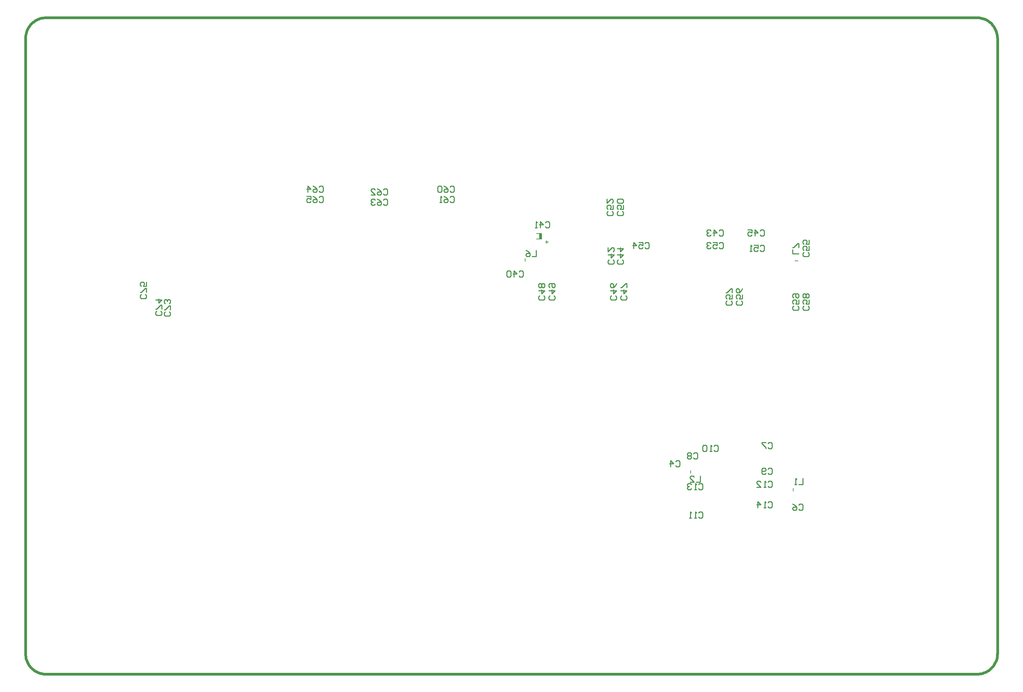
<source format=gbo>
%FSTAX24Y24*%
%MOIN*%
%SFA1B1*%

%IPPOS*%
%ADD69C,0.010000*%
%ADD86C,0.025000*%
%ADD124C,0.007900*%
%ADD126R,0.021700X0.055100*%
%LNdsau-motherboard-reva-1*%
%LPD*%
G54D69*
X07335Y03075D02*
X07345Y03085D01*
X07365*
X07375Y03075*
Y03035*
X07365Y03025*
X07345*
X07335Y03035*
X07285Y03025D02*
Y03085D01*
X07315Y03055*
X07275*
X08535Y051D02*
X08475D01*
Y0514*
X08535Y0516D02*
Y052D01*
X08525*
X08485Y0516*
X08475*
X05975Y05135D02*
Y05075D01*
X05935*
X05875Y05135D02*
X05895Y05125D01*
X05915Y05105*
Y05085*
X05905Y05075*
X05885*
X05875Y05085*
Y05095*
X05885Y05105*
X05915*
X07575Y02935D02*
Y02875D01*
X07535*
X07475D02*
X07515D01*
X07475Y02915*
Y02925*
X07485Y02935*
X07505*
X07515Y02925*
X08575Y0291D02*
Y0285D01*
X08535*
X08515D02*
X08495D01*
X08505*
Y0291*
X08515Y029*
X02165Y04705D02*
X02175Y04695D01*
Y04675*
X02165Y04665*
X02125*
X02115Y04675*
Y04695*
X02125Y04705*
X02175Y04725D02*
Y04765D01*
X02165*
X02125Y04725*
X02115*
X02175Y048249D02*
Y04785D01*
X02145*
X02155Y04805*
Y04815*
X02145Y048249*
X02125*
X02115Y04815*
Y04795*
X02125Y04785*
X02315Y0454D02*
X02325Y0453D01*
Y0451*
X02315Y045*
X02275*
X02265Y0451*
Y0453*
X02275Y0454*
X02325Y0456D02*
Y046D01*
X02315*
X02275Y0456*
X02265*
Y0465D02*
X02325D01*
X02295Y0462*
Y046599*
X024Y04535D02*
X0241Y04525D01*
Y04505*
X024Y04495*
X0236*
X0235Y04505*
Y04525*
X0236Y04535*
X0241Y04555D02*
Y04595D01*
X024*
X0236Y04555*
X0235*
X024Y04615D02*
X0241Y04625D01*
Y04645*
X024Y046549*
X0239*
X0238Y04645*
Y04635*
Y04645*
X0237Y046549*
X0236*
X0235Y04645*
Y04625*
X0236Y04615*
X0386Y0565D02*
X0387Y0566D01*
X0389*
X039Y0565*
Y0561*
X0389Y056*
X0387*
X0386Y0561*
X038Y0566D02*
X0382Y0565D01*
X0384Y0563*
Y0561*
X0383Y056*
X0381*
X038Y0561*
Y0562*
X0381Y0563*
X0384*
X037401Y0566D02*
X0378D01*
Y0563*
X0376Y0564*
X0375*
X037401Y0563*
Y0561*
X0375Y056*
X0377*
X0378Y0561*
X0386Y0575D02*
X0387Y0576D01*
X0389*
X039Y0575*
Y0571*
X0389Y057*
X0387*
X0386Y0571*
X038Y0576D02*
X0382Y0575D01*
X0384Y0573*
Y0571*
X0383Y057*
X0381*
X038Y0571*
Y0572*
X0381Y0573*
X0384*
X0375Y057D02*
Y0576D01*
X0378Y0573*
X037401*
X04485Y05625D02*
X04495Y05635D01*
X04515*
X04525Y05625*
Y05585*
X04515Y05575*
X04495*
X04485Y05585*
X04425Y05635D02*
X04445Y05625D01*
X04465Y05605*
Y05585*
X04455Y05575*
X04435*
X04425Y05585*
Y05595*
X04435Y05605*
X04465*
X04405Y05625D02*
X04395Y05635D01*
X04375*
X043651Y05625*
Y05615*
X04375Y05605*
X04385*
X04375*
X043651Y05595*
Y05585*
X04375Y05575*
X04395*
X04405Y05585*
X04485Y05725D02*
X04495Y05735D01*
X04515*
X04525Y05725*
Y05685*
X04515Y05675*
X04495*
X04485Y05685*
X04425Y05735D02*
X04445Y05725D01*
X04465Y05705*
Y05685*
X04455Y05675*
X04435*
X04425Y05685*
Y05695*
X04435Y05705*
X04465*
X043651Y05675D02*
X04405D01*
X043651Y05715*
Y05725*
X04375Y05735*
X04395*
X04405Y05725*
X05135Y0565D02*
X05145Y0566D01*
X05165*
X05175Y0565*
Y0561*
X05165Y056*
X05145*
X05135Y0561*
X05075Y0566D02*
X05095Y0565D01*
X05115Y0563*
Y0561*
X05105Y056*
X05085*
X05075Y0561*
Y0562*
X05085Y0563*
X05115*
X05055Y056D02*
X05035D01*
X05045*
Y0566*
X05055Y0565*
X05135Y0575D02*
X05145Y0576D01*
X05165*
X05175Y0575*
Y0571*
X05165Y057*
X05145*
X05135Y0571*
X05075Y0576D02*
X05095Y0575D01*
X05115Y0573*
Y0571*
X05105Y057*
X05085*
X05075Y0571*
Y0572*
X05085Y0573*
X05115*
X05055Y0575D02*
X05045Y0576D01*
X05025*
X050151Y0575*
Y0571*
X05025Y057*
X05045*
X05055Y0571*
Y0575*
X08525Y0459D02*
X08535Y0458D01*
Y0456*
X08525Y0455*
X08485*
X08475Y0456*
Y0458*
X08485Y0459*
X08535Y0465D02*
Y0461D01*
X08505*
X08515Y0463*
Y0464*
X08505Y0465*
X08485*
X08475Y0464*
Y0462*
X08485Y0461*
Y0467D02*
X08475Y0468D01*
Y047*
X08485Y047099*
X08525*
X08535Y047*
Y0468*
X08525Y0467*
X08515*
X08505Y0468*
Y047099*
X08625Y0459D02*
X08635Y0458D01*
Y0456*
X08625Y0455*
X08585*
X08575Y0456*
Y0458*
X08585Y0459*
X08635Y0465D02*
Y0461D01*
X08605*
X08615Y0463*
Y0464*
X08605Y0465*
X08585*
X08575Y0464*
Y0462*
X08585Y0461*
X08625Y0467D02*
X08635Y0468D01*
Y047*
X08625Y047099*
X08615*
X08605Y047*
X08595Y047099*
X08585*
X08575Y047*
Y0468*
X08585Y0467*
X08595*
X08605Y0468*
X08615Y0467*
X08625*
X08605Y0468D02*
Y047D01*
X07875Y0464D02*
X07885Y0463D01*
Y0461*
X07875Y046*
X07835*
X07825Y0461*
Y0463*
X07835Y0464*
X07885Y047D02*
Y0466D01*
X07855*
X07865Y0468*
Y0469*
X07855Y047*
X07835*
X07825Y0469*
Y0467*
X07835Y0466*
X07885Y0472D02*
Y047599D01*
X07875*
X07835Y0472*
X07825*
X07975Y0464D02*
X07985Y0463D01*
Y0461*
X07975Y046*
X07935*
X07925Y0461*
Y0463*
X07935Y0464*
X07985Y047D02*
Y0466D01*
X07955*
X07965Y0468*
Y0469*
X07955Y047*
X07935*
X07925Y0469*
Y0467*
X07935Y0466*
X07985Y047599D02*
X07975Y0474D01*
X07955Y0472*
X07935*
X07925Y0473*
Y0475*
X07935Y047599*
X07945*
X07955Y0475*
Y0472*
X08625Y05115D02*
X08635Y05105D01*
Y05085*
X08625Y05075*
X08585*
X08575Y05085*
Y05105*
X08585Y05115*
X08635Y05175D02*
Y05135D01*
X08605*
X08615Y05155*
Y05165*
X08605Y05175*
X08585*
X08575Y05165*
Y05145*
X08585Y05135*
X08635Y052349D02*
Y05195D01*
X08605*
X08615Y05215*
Y05225*
X08605Y052349*
X08585*
X08575Y05225*
Y05205*
X08585Y05195*
X07035Y052D02*
X07045Y0521D01*
X07065*
X07075Y052*
Y0516*
X07065Y0515*
X07045*
X07035Y0516*
X06975Y0521D02*
X07015D01*
Y0518*
X06995Y0519*
X06985*
X06975Y0518*
Y0516*
X06985Y0515*
X07005*
X07015Y0516*
X06925Y0515D02*
Y0521D01*
X06955Y0518*
X069151*
X0776Y052D02*
X0777Y0521D01*
X0779*
X078Y052*
Y0516*
X0779Y0515*
X0777*
X0776Y0516*
X077Y0521D02*
X0774D01*
Y0518*
X0772Y0519*
X0771*
X077Y0518*
Y0516*
X0771Y0515*
X0773*
X0774Y0516*
X0768Y052D02*
X0767Y0521D01*
X0765*
X076401Y052*
Y0519*
X0765Y0518*
X0766*
X0765*
X076401Y0517*
Y0516*
X0765Y0515*
X0767*
X0768Y0516*
X06715Y05515D02*
X06725Y05505D01*
Y05485*
X06715Y05475*
X06675*
X06665Y05485*
Y05505*
X06675Y05515*
X06725Y05575D02*
Y05535D01*
X06695*
X06705Y05555*
Y05565*
X06695Y05575*
X06675*
X06665Y05565*
Y05545*
X06675Y05535*
X06665Y056349D02*
Y05595D01*
X06705Y056349*
X06715*
X06725Y05625*
Y05605*
X06715Y05595*
X0816Y05175D02*
X0817Y05185D01*
X0819*
X082Y05175*
Y05135*
X0819Y05125*
X0817*
X0816Y05135*
X081Y05185D02*
X0814D01*
Y05155*
X0812Y05165*
X0811*
X081Y05155*
Y05135*
X0811Y05125*
X0813*
X0814Y05135*
X0808Y05125D02*
X0806D01*
X0807*
Y05185*
X0808Y05175*
X06815Y05515D02*
X06825Y05505D01*
Y05485*
X06815Y05475*
X06775*
X06765Y05485*
Y05505*
X06775Y05515*
X06825Y05575D02*
Y05535D01*
X06795*
X06805Y05555*
Y05565*
X06795Y05575*
X06775*
X06765Y05565*
Y05545*
X06775Y05535*
X06815Y05595D02*
X06825Y05605D01*
Y05625*
X06815Y056349*
X06775*
X06765Y05625*
Y05605*
X06775Y05595*
X06815*
X0615Y0469D02*
X0616Y0468D01*
Y0466*
X0615Y0465*
X0611*
X061Y0466*
Y0468*
X0611Y0469*
X061Y0474D02*
X0616D01*
X0613Y0471*
Y0475*
X0611Y0477D02*
X061Y0478D01*
Y048*
X0611Y048099*
X0615*
X0616Y048*
Y0478*
X0615Y0477*
X0614*
X0613Y0478*
Y048099*
X0605Y0469D02*
X0606Y0468D01*
Y0466*
X0605Y0465*
X0601*
X06Y0466*
Y0468*
X0601Y0469*
X06Y0474D02*
X0606D01*
X0603Y0471*
Y0475*
X0605Y0477D02*
X0606Y0478D01*
Y048*
X0605Y048099*
X0604*
X0603Y048*
X0602Y048099*
X0601*
X06Y048*
Y0478*
X0601Y0477*
X0602*
X0603Y0478*
X0604Y0477*
X0605*
X0603Y0478D02*
Y048D01*
X0685Y0469D02*
X0686Y0468D01*
Y0466*
X0685Y0465*
X0681*
X068Y0466*
Y0468*
X0681Y0469*
X068Y0474D02*
X0686D01*
X0683Y0471*
Y0475*
X0686Y0477D02*
Y048099D01*
X0685*
X0681Y0477*
X068*
X0675Y0469D02*
X0676Y0468D01*
Y0466*
X0675Y0465*
X0671*
X067Y0466*
Y0468*
X0671Y0469*
X067Y0474D02*
X0676D01*
X0673Y0471*
Y0475*
X0676Y048099D02*
X0675Y0479D01*
X0673Y0477*
X0671*
X067Y0478*
Y048*
X0671Y048099*
X0672*
X0673Y048*
Y0477*
X0816Y05325D02*
X0817Y05335D01*
X0819*
X082Y05325*
Y05285*
X0819Y05275*
X0817*
X0816Y05285*
X0811Y05275D02*
Y05335D01*
X0814Y05305*
X081*
X080401Y05335D02*
X0808D01*
Y05305*
X0806Y05315*
X0805*
X080401Y05305*
Y05285*
X0805Y05275*
X0807*
X0808Y05285*
X06818Y0504D02*
X06828Y0503D01*
Y0501*
X06818Y05*
X06778*
X06768Y0501*
Y0503*
X06778Y0504*
X06768Y0509D02*
X06828D01*
X06798Y0506*
Y051*
X06768Y0515D02*
X06828D01*
X06798Y0512*
Y051599*
X0776Y05325D02*
X0777Y05335D01*
X0779*
X078Y05325*
Y05285*
X0779Y05275*
X0777*
X0776Y05285*
X0771Y05275D02*
Y05335D01*
X0774Y05305*
X077*
X0768Y05325D02*
X0767Y05335D01*
X0765*
X076401Y05325*
Y05315*
X0765Y05305*
X0766*
X0765*
X076401Y05295*
Y05285*
X0765Y05275*
X0767*
X0768Y05285*
X06725Y0504D02*
X06735Y0503D01*
Y0501*
X06725Y05*
X06685*
X06675Y0501*
Y0503*
X06685Y0504*
X06675Y0509D02*
X06735D01*
X06705Y0506*
Y051*
X06675Y051599D02*
Y0512D01*
X06715Y051599*
X06725*
X06735Y0515*
Y0513*
X06725Y0512*
X06065Y05403D02*
X06075Y05413D01*
X06095*
X06105Y05403*
Y05363*
X06095Y05353*
X06075*
X06065Y05363*
X06015Y05353D02*
Y05413D01*
X06045Y05383*
X06005*
X05985Y05353D02*
X05965D01*
X05975*
Y05413*
X05985Y05403*
X0581Y04925D02*
X0582Y04935D01*
X0584*
X0585Y04925*
Y04885*
X0584Y04875*
X0582*
X0581Y04885*
X0576Y04875D02*
Y04935D01*
X0579Y04905*
X0575*
X0573Y04925D02*
X0572Y04935D01*
X057*
X056901Y04925*
Y04885*
X057Y04875*
X0572*
X0573Y04885*
Y04925*
X08235Y02675D02*
X08245Y02685D01*
X08265*
X08275Y02675*
Y02635*
X08265Y02625*
X08245*
X08235Y02635*
X08215Y02625D02*
X08195D01*
X08205*
Y02685*
X08215Y02675*
X08135Y02625D02*
Y02685D01*
X08165Y02655*
X08125*
X0756Y0285D02*
X0757Y0286D01*
X0759*
X076Y0285*
Y0281*
X0759Y028*
X0757*
X0756Y0281*
X0754Y028D02*
X0752D01*
X0753*
Y0286*
X0754Y0285*
X0749D02*
X0748Y0286D01*
X0746*
X0745Y0285*
Y0284*
X0746Y0283*
X0747*
X0746*
X0745Y0282*
Y0281*
X0746Y028*
X0748*
X0749Y0281*
X08235Y02875D02*
X08245Y02885D01*
X08265*
X08275Y02875*
Y02835*
X08265Y02825*
X08245*
X08235Y02835*
X08215Y02825D02*
X08195D01*
X08205*
Y02885*
X08215Y02875*
X08125Y02825D02*
X08165D01*
X08125Y02865*
Y02875*
X08135Y02885*
X08155*
X08165Y02875*
X0756Y02575D02*
X0757Y02585D01*
X0759*
X076Y02575*
Y02535*
X0759Y02525*
X0757*
X0756Y02535*
X0754Y02525D02*
X0752D01*
X0753*
Y02585*
X0754Y02575*
X0749Y02525D02*
X0747D01*
X0748*
Y02585*
X0749Y02575*
X0771Y03225D02*
X0772Y03235D01*
X0774*
X0775Y03225*
Y03185*
X0774Y03175*
X0772*
X0771Y03185*
X0769Y03175D02*
X0767D01*
X0768*
Y03235*
X0769Y03225*
X0764D02*
X0763Y03235D01*
X0761*
X076Y03225*
Y03185*
X0761Y03175*
X0763*
X0764Y03185*
Y03225*
X08235Y03D02*
X08245Y0301D01*
X08265*
X08275Y03*
Y0296*
X08265Y0295*
X08245*
X08235Y0296*
X08215D02*
X08205Y0295D01*
X08185*
X08175Y0296*
Y03*
X08185Y0301*
X08205*
X08215Y03*
Y0299*
X08205Y0298*
X08175*
X0751Y0315D02*
X0752Y0316D01*
X0754*
X0755Y0315*
Y0311*
X0754Y031*
X0752*
X0751Y0311*
X0749Y0315D02*
X0748Y0316D01*
X0746*
X0745Y0315*
Y0314*
X0746Y0313*
X0745Y0312*
Y0311*
X0746Y031*
X0748*
X0749Y0311*
Y0312*
X0748Y0313*
X0749Y0314*
Y0315*
X0748Y0313D02*
X0746D01*
X08235Y0325D02*
X08245Y0326D01*
X08265*
X08275Y0325*
Y0321*
X08265Y032*
X08245*
X08235Y0321*
X08215Y0326D02*
X08175D01*
Y0325*
X08215Y0321*
Y032*
X08535Y0265D02*
X08545Y0266D01*
X08565*
X08575Y0265*
Y0261*
X08565Y026*
X08545*
X08535Y0261*
X08475Y0266D02*
X08495Y0265D01*
X08515Y0263*
Y0261*
X08505Y026*
X08485*
X08475Y0261*
Y0262*
X08485Y0263*
X08515*
G54D86*
X10275Y01D02*
D01*
X102889Y010004*
X103028Y010019*
X103165Y010043*
X103301Y010077*
X103434Y01012*
X103563Y010172*
X103688Y010234*
X103809Y010303*
X103925Y010381*
X104035Y010467*
X104139Y010561*
X104236Y010661*
X104326Y010768*
X104408Y010881*
X104482Y011*
X104547Y011123*
X104604Y01125*
X104652Y011381*
X10469Y011516*
X104719Y011652*
X104739Y01179*
X104748Y01193*
X10475Y012*
Y072D02*
D01*
X104745Y072139*
X10473Y072278*
X104706Y072415*
X104672Y072551*
X104629Y072684*
X104577Y072813*
X104515Y072938*
X104446Y073059*
X104368Y073175*
X104282Y073285*
X104188Y073389*
X104088Y073486*
X103981Y073576*
X103868Y073658*
X10375Y073732*
X103626Y073797*
X103499Y073854*
X103368Y073902*
X103233Y07394*
X103097Y073969*
X102959Y073989*
X102819Y073998*
X10275Y074*
X012D02*
D01*
X01186Y073995*
X011721Y07398*
X011584Y073956*
X011448Y073922*
X011315Y073879*
X011186Y073827*
X011061Y073765*
X01094Y073696*
X010824Y073618*
X010714Y073532*
X01061Y073438*
X010513Y073338*
X010423Y073231*
X010341Y073118*
X010267Y073*
X010202Y072876*
X010145Y072749*
X010097Y072618*
X010059Y072483*
X01003Y072347*
X01001Y072209*
X010001Y072069*
X01Y072*
Y012D02*
D01*
X010004Y01186*
X010019Y011721*
X010043Y011584*
X010077Y011448*
X01012Y011315*
X010172Y011186*
X010234Y011061*
X010303Y01094*
X010381Y010824*
X010467Y010714*
X010561Y01061*
X010661Y010513*
X010768Y010423*
X010881Y010341*
X011Y010267*
X011123Y010202*
X01125Y010145*
X011381Y010097*
X011516Y010059*
X011652Y01003*
X01179Y01001*
X01193Y010001*
X012Y01*
Y074D02*
D01*
X01186Y073995*
X011721Y07398*
X011584Y073956*
X011448Y073922*
X011315Y073879*
X011186Y073827*
X011061Y073765*
X01094Y073696*
X010824Y073618*
X010714Y073532*
X01061Y073438*
X010513Y073338*
X010423Y073231*
X010341Y073118*
X010267Y073*
X010202Y072876*
X010145Y072749*
X010097Y072618*
X010059Y072483*
X01003Y072347*
X01001Y072209*
X010001Y072069*
X01Y072*
X10475Y057D02*
Y072D01*
Y012D02*
Y027D01*
X01Y071D02*
Y072D01*
X10475Y027D02*
Y057D01*
X068Y01D02*
X10275D01*
X012D02*
X068D01*
X012Y074D02*
X10275D01*
X01Y012D02*
Y071D01*
Y072*
G54D124*
X059814Y052976D02*
X060286D01*
X059814Y052424D02*
X060286D01*
Y052976*
X0608Y05205D02*
Y05225D01*
Y05205D02*
Y05215D01*
X0609*
X0607D02*
X0609D01*
X0608Y052D02*
Y05205D01*
Y052D02*
Y0523D01*
Y05215D02*
Y0523D01*
Y05215D02*
X06095D01*
X06065D02*
X06095D01*
X058707Y050262D02*
Y050538D01*
X074849Y029591D02*
Y029867D01*
X084849Y027862D02*
Y028138D01*
X085012Y050301D02*
X085288D01*
G54D126*
X060178Y0527D03*
M02*
</source>
